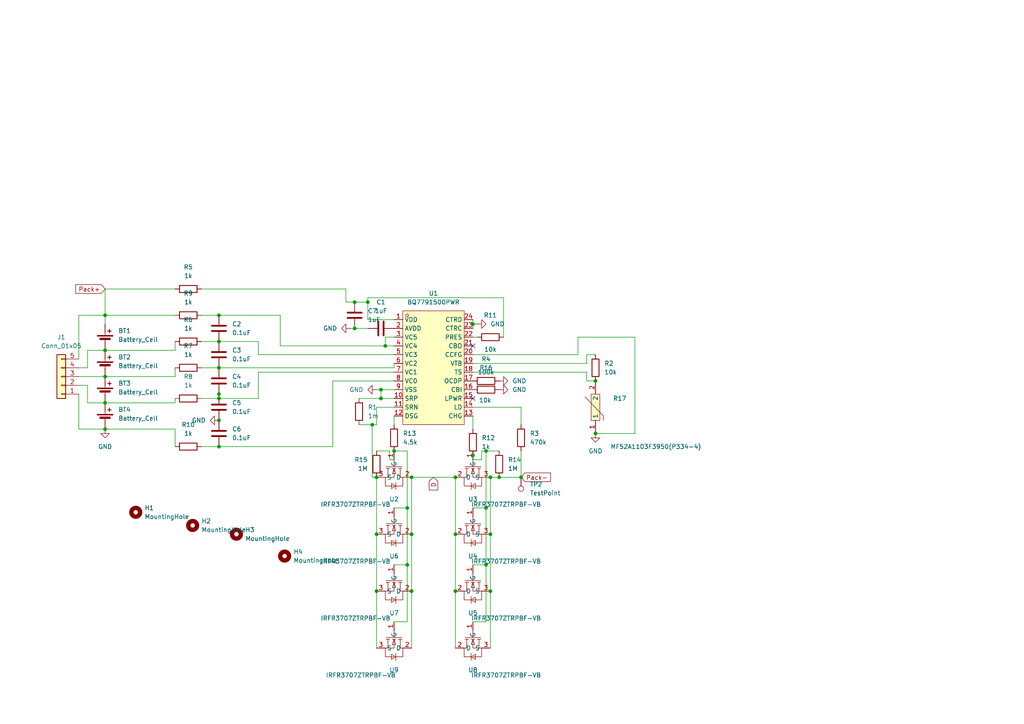
<source format=kicad_sch>
(kicad_sch (version 20231120) (generator "eeschema") (generator_version "8.0")
  (paper "A4")
  (lib_symbols
    (symbol "Connector:TestPoint" (pin_numbers hide) (pin_names (offset 0.762) hide)
      (property "Reference" "TP" (at 0 6.858 0))
      (property "Value" "TestPoint" (at 0 5.08 0))
      (symbol "TestPoint_0_1"
        (circle (center 0 3.302) (radius 0.762))
      )
      (symbol "TestPoint_1_1"
        (pin passive line (at 0 0 90) (length 2.54) (name "1") (number "1"))
      )
    )
    (symbol "Connector_Generic:Conn_01x05" (pin_names (offset 1.016) hide)
      (property "Reference" "J" (at 0 7.62 0))
      (property "Value" "Conn_01x05" (at 0 -7.62 0))
      (symbol "Conn_01x05_1_1"
        (rectangle (start -1.27 -4.953) (end 0 -5.207) (stroke (width 0.1524)))
        (rectangle (start -1.27 -2.413) (end 0 -2.667) (stroke (width 0.1524)))
        (rectangle (start -1.27 0.127) (end 0 -0.127) (stroke (width 0.1524)))
        (rectangle (start -1.27 2.667) (end 0 2.413) (stroke (width 0.1524)))
        (rectangle (start -1.27 5.207) (end 0 4.953) (stroke (width 0.1524)))
        (rectangle (start -1.27 6.35) (end 1.27 -6.35) (stroke (width 0.254)) (fill (type background)))
        (pin passive line (at -5.08 5.08 0) (length 3.81) (name "Pin_1") (number "1"))
        (pin passive line (at -5.08 2.54 0) (length 3.81) (name "Pin_2") (number "2"))
        (pin passive line (at -5.08 0 0) (length 3.81) (name "Pin_3") (number "3"))
        (pin passive line (at -5.08 -2.54 0) (length 3.81) (name "Pin_4") (number "4"))
        (pin passive line (at -5.08 -5.08 0) (length 3.81) (name "Pin_5") (number "5"))
      )
    )
    (symbol "Device:Battery_Cell" (pin_numbers hide) (pin_names (offset 0) hide)
      (property "Reference" "BT" (at 2.54 2.54 0))
      (property "Value" "Battery_Cell" (at 2.54 0 0))
      (symbol "Battery_Cell_0_1"
        (rectangle (start -2.286 1.778) (end 2.286 1.524) (fill (type outline)))
        (rectangle (start -1.524 1.016) (end 1.524 0.508) (fill (type outline)))
        (polyline (pts (xy 0 0.762) (xy 0 0)))
        (polyline (pts (xy 0 1.778) (xy 0 2.54)))
        (polyline (pts (xy 0.762 3.048) (xy 1.778 3.048)) (stroke (width 0.254)))
        (polyline (pts (xy 1.27 3.556) (xy 1.27 2.54)) (stroke (width 0.254)))
      )
      (symbol "Battery_Cell_1_1"
        (pin passive line (at 0 5.08 270) (length 2.54) (name "+") (number "1"))
        (pin passive line (at 0 -2.54 90) (length 2.54) (name "-") (number "2"))
      )
    )
    (symbol "Device:C" (pin_numbers hide) (pin_names (offset 0.254))
      (property "Reference" "C" (at 0.635 2.54 0))
      (property "Value" "C" (at 0.635 -2.54 0))
      (symbol "C_0_1"
        (polyline (pts (xy -2.032 -0.762) (xy 2.032 -0.762)) (stroke (width 0.508)))
        (polyline (pts (xy -2.032 0.762) (xy 2.032 0.762)) (stroke (width 0.508)))
      )
      (symbol "C_1_1"
        (pin passive line (at 0 3.81 270) (length 2.794) (name "~") (number "1"))
        (pin passive line (at 0 -3.81 90) (length 2.794) (name "~") (number "2"))
      )
    )
    (symbol "Device:R" (pin_numbers hide) (pin_names (offset 0))
      (property "Reference" "R" (at 2.032 0 90))
      (property "Value" "R" (at 0 0 90))
      (symbol "R_0_1"
        (rectangle (start -1.016 -2.54) (end 1.016 2.54) (stroke (width 0.254)))
      )
      (symbol "R_1_1"
        (pin passive line (at 0 3.81 270) (length 1.27) (name "~") (number "1"))
        (pin passive line (at 0 -3.81 90) (length 1.27) (name "~") (number "2"))
      )
    )
    (symbol "Mechanical:MountingHole" (pin_names (offset 1.016)) (exclude_from_sim yes) (in_bom no)
      (property "Reference" "H" (at 0 5.08 0))
      (property "Value" "MountingHole" (at 0 3.175 0))
      (symbol "MountingHole_0_1"
        (circle (center 0 0) (radius 1.27) (stroke (width 1.27)))
      )
    )
    (symbol "easyeda2kicad:BQ7791500PWR"
      (property "Reference" "U" (at 0 19.05 0))
      (property "Value" "BQ7791500PWR" (at 0 -19.05 0))
      (symbol "BQ7791500PWR_0_1"
        (rectangle (start -8.89 16.51) (end 8.89 -16.51) (fill (type background)))
        (circle (center -7.62 15.24) (radius 0.38))
        (pin unspecified line (at -11.43 13.97 0) (length 2.54) (name "VDD") (number "1"))
        (pin unspecified line (at -11.43 -8.89 0) (length 2.54) (name "SRP") (number "10"))
        (pin unspecified line (at -11.43 -11.43 0) (length 2.54) (name "SRN") (number "11"))
        (pin unspecified line (at -11.43 -13.97 0) (length 2.54) (name "DSG") (number "12"))
        (pin unspecified line (at 11.43 -13.97 180) (length 2.54) (name "CHG") (number "13"))
        (pin unspecified line (at 11.43 -11.43 180) (length 2.54) (name "LD") (number "14"))
        (pin unspecified line (at 11.43 -8.89 180) (length 2.54) (name "LPWR") (number "15"))
        (pin unspecified line (at 11.43 -6.35 180) (length 2.54) (name "CBI") (number "16"))
        (pin unspecified line (at 11.43 -3.81 180) (length 2.54) (name "OCDP") (number "17"))
        (pin unspecified line (at 11.43 -1.27 180) (length 2.54) (name "TS") (number "18"))
        (pin unspecified line (at 11.43 1.27 180) (length 2.54) (name "VTB") (number "19"))
        (pin unspecified line (at -11.43 11.43 0) (length 2.54) (name "AVDD") (number "2"))
        (pin unspecified line (at 11.43 3.81 180) (length 2.54) (name "CCFG") (number "20"))
        (pin unspecified line (at 11.43 6.35 180) (length 2.54) (name "CBO") (number "21"))
        (pin unspecified line (at 11.43 8.89 180) (length 2.54) (name "PRES") (number "22"))
        (pin unspecified line (at 11.43 11.43 180) (length 2.54) (name "CTRC") (number "23"))
        (pin unspecified line (at 11.43 13.97 180) (length 2.54) (name "CTRD") (number "24"))
        (pin unspecified line (at -11.43 8.89 0) (length 2.54) (name "VC5") (number "3"))
        (pin unspecified line (at -11.43 6.35 0) (length 2.54) (name "VC4") (number "4"))
        (pin unspecified line (at -11.43 3.81 0) (length 2.54) (name "VC3") (number "5"))
        (pin unspecified line (at -11.43 1.27 0) (length 2.54) (name "VC2") (number "6"))
        (pin unspecified line (at -11.43 -1.27 0) (length 2.54) (name "VC1") (number "7"))
        (pin unspecified line (at -11.43 -3.81 0) (length 2.54) (name "VC0") (number "8"))
        (pin unspecified line (at -11.43 -6.35 0) (length 2.54) (name "VSS") (number "9"))
      )
    )
    (symbol "easyeda2kicad:IRFR3707ZTRPBF-VB"
      (property "Reference" "U" (at 0 10.16 0))
      (property "Value" "IRFR3707ZTRPBF-VB" (at 0 -10.16 0))
      (symbol "IRFR3707ZTRPBF-VB_0_1"
        (polyline (pts (xy -5.08 0) (xy -3.05 0)))
        (polyline (pts (xy -3.05 2.29) (xy -3.05 -2.29)))
        (polyline (pts (xy -2.54 -2.29) (xy -2.54 -1.27)))
        (polyline (pts (xy -2.54 -0.51) (xy -2.54 0.51)))
        (polyline (pts (xy -2.54 2.29) (xy -2.54 1.27)))
        (polyline (pts (xy 0 -1.78) (xy -2.54 -1.78)))
        (polyline (pts (xy -2.54 0) (xy -1.02 -0.51) (xy -1.02 0.51) (xy -2.54 0)) (fill (type background)))
        (polyline (pts (xy 2.54 0.51) (xy 1.78 -0.76) (xy 3.3 -0.76) (xy 2.54 0.51)) (fill (type background)))
        (polyline (pts (xy 3.56 0.51) (xy 3.05 0.51) (xy 2.03 0.51) (xy 1.52 0.51)))
        (polyline (pts (xy -2.54 0) (xy 0 0) (xy 0 -2.54) (xy 2.54 -2.54) (xy 2.54 -2.54) (xy 2.54 0)))
        (polyline (pts (xy -2.54 1.78) (xy 0 1.78) (xy 0 2.54) (xy 2.54 2.54) (xy 2.54 2.54) (xy 2.54 0.51)))
        (pin unspecified line (at -7.62 0 0) (length 2.54) (name "G") (number "1"))
        (pin unspecified line (at 0 5.08 270) (length 2.54) (name "D") (number "2"))
        (pin unspecified line (at 0 -5.08 90) (length 2.54) (name "S") (number "3"))
      )
    )
    (symbol "easyeda2kicad:MF52A1103F3950(P334-4)"
      (property "Reference" "R" (at 0 5.08 0))
      (property "Value" "MF52A1103F3950(P334-4)" (at 0 -5.08 0))
      (symbol "MF52A1103F3950(P334-4)_0_1"
        (rectangle (start -3.81 1.27) (end 3.81 -1.27) (fill (type background)))
        (polyline (pts (xy 3.05 3.05) (xy -2.54 -2.29) (xy -3.81 -2.29)))
        (pin unspecified line (at -7.62 0 0) (length 3.81) (name "1") (number "1"))
        (pin unspecified line (at 7.62 0 180) (length 3.81) (name "2") (number "2"))
      )
    )
    (symbol "power:GND" (power) (pin_numbers hide) (pin_names (offset 0) hide)
      (property "Value" "GND" (at 0 -3.81 0))
      (symbol "GND_0_1"
        (polyline (pts (xy 0 0) (xy 0 -1.27) (xy 1.27 -1.27) (xy 0 -2.54) (xy -1.27 -1.27) (xy 0 -1.27)))
      )
      (symbol "GND_1_1"
        (pin power_in line (at 0 0 270) (length 0) (name "~") (number "1"))
      )
    )
  )
  (junction (at 137.16 132.08))
  (junction (at 114.3 130.81))
  (junction (at 172.72 125.73))
  (junction (at 109.22 171.45))
  (junction (at 132.08 138.43))
  (junction (at 110.49 113.03))
  (junction (at 119.38 171.45))
  (junction (at 30.48 101.6))
  (junction (at 63.5 114.3))
  (junction (at 63.5 121.92))
  (junction (at 172.72 110.49))
  (junction (at 63.5 129.54))
  (junction (at 63.5 115.57))
  (junction (at 30.48 91.44))
  (junction (at 63.5 106.68))
  (junction (at 137.16 93.98))
  (junction (at 102.87 95.25))
  (junction (at 144.78 138.43))
  (junction (at 30.48 109.22))
  (junction (at 119.38 154.94))
  (junction (at 118.11 163.83))
  (junction (at 140.97 163.83))
  (junction (at 140.97 147.32))
  (junction (at 132.08 154.94))
  (junction (at 110.49 115.57))
  (junction (at 63.5 99.06))
  (junction (at 30.48 124.46))
  (junction (at 109.22 154.94))
  (junction (at 118.11 147.32))
  (junction (at 111.76 100.33))
  (junction (at 132.08 171.45))
  (junction (at 30.48 116.84))
  (junction (at 151.13 138.43))
  (junction (at 107.95 123.19))
  (junction (at 63.5 91.44))
  (junction (at 109.22 138.43))
  (junction (at 142.24 138.43))
  (junction (at 140.97 130.81))
  (junction (at 119.38 138.43))
  (junction (at 106.68 87.63))
  (junction (at 142.24 171.45))
  (junction (at 142.24 154.94))
  (junction (at 102.87 87.63))
  (no_connect (at 137.16 100.33))
  (no_connect (at 137.16 115.57))
  (wire (pts (xy 137.16 105.41) (xy 170.18 105.41)))
  (wire (pts (xy 119.38 154.94) (xy 119.38 171.45)))
  (wire (pts (xy 114.3 130.81) (xy 114.3 133.35)))
  (wire (pts (xy 119.38 171.45) (xy 119.38 187.96)))
  (wire (pts (xy 111.76 100.33) (xy 114.3 100.33)))
  (wire (pts (xy 114.3 106.68) (xy 114.3 105.41)))
  (wire (pts (xy 110.49 115.57) (xy 114.3 115.57)))
  (wire (pts (xy 50.8 116.84) (xy 30.48 116.84)))
  (wire (pts (xy 25.4 116.84) (xy 30.48 116.84)))
  (wire (pts (xy 110.49 115.57) (xy 110.49 113.03)))
  (wire (pts (xy 119.38 138.43) (xy 119.38 154.94)))
  (wire (pts (xy 100.33 83.82) (xy 100.33 87.63)))
  (wire (pts (xy 184.15 125.73) (xy 172.72 125.73)))
  (wire (pts (xy 22.86 104.14) (xy 22.86 91.44)))
  (wire (pts (xy 30.48 109.22) (xy 50.8 109.22)))
  (wire (pts (xy 132.08 138.43) (xy 132.08 154.94)))
  (wire (pts (xy 137.16 93.98) (xy 137.16 95.25)))
  (wire (pts (xy 63.5 106.68) (xy 114.3 106.68)))
  (wire (pts (xy 106.68 86.36) (xy 106.68 87.63)))
  (wire (pts (xy 100.33 87.63) (xy 102.87 87.63)))
  (wire (pts (xy 58.42 129.54) (xy 63.5 129.54)))
  (wire (pts (xy 22.86 111.76) (xy 25.4 111.76)))
  (wire (pts (xy 74.93 102.87) (xy 74.93 99.06)))
  (wire (pts (xy 137.16 120.65) (xy 137.16 124.46)))
  (wire (pts (xy 113.03 130.81) (xy 113.03 133.35)))
  (wire (pts (xy 102.87 95.25) (xy 106.68 95.25)))
  (wire (pts (xy 25.4 106.68) (xy 25.4 101.6)))
  (wire (pts (xy 167.64 97.79) (xy 184.15 97.79)))
  (wire (pts (xy 137.16 92.71) (xy 137.16 93.98)))
  (wire (pts (xy 118.11 130.81) (xy 114.3 130.81)))
  (wire (pts (xy 142.24 154.94) (xy 142.24 171.45)))
  (wire (pts (xy 30.48 93.98) (xy 30.48 91.44)))
  (wire (pts (xy 25.4 101.6) (xy 30.48 101.6)))
  (wire (pts (xy 137.16 118.11) (xy 151.13 118.11)))
  (wire (pts (xy 170.18 110.49) (xy 172.72 110.49)))
  (wire (pts (xy 140.97 130.81) (xy 139.7 130.81)))
  (wire (pts (xy 58.42 115.57) (xy 63.5 115.57)))
  (wire (pts (xy 114.3 97.79) (xy 111.76 97.79)))
  (wire (pts (xy 63.5 115.57) (xy 74.93 115.57)))
  (wire (pts (xy 50.8 129.54) (xy 50.8 124.46)))
  (wire (pts (xy 74.93 107.95) (xy 74.93 115.57)))
  (wire (pts (xy 138.43 93.98) (xy 137.16 93.98)))
  (wire (pts (xy 109.22 171.45) (xy 109.22 187.96)))
  (wire (pts (xy 110.49 113.03) (xy 114.3 113.03)))
  (wire (pts (xy 25.4 111.76) (xy 25.4 116.84)))
  (wire (pts (xy 138.43 97.79) (xy 137.16 97.79)))
  (wire (pts (xy 106.68 92.71) (xy 114.3 92.71)))
  (wire (pts (xy 109.22 130.81) (xy 113.03 130.81)))
  (wire (pts (xy 170.18 102.87) (xy 172.72 102.87)))
  (wire (pts (xy 114.3 107.95) (xy 74.93 107.95)))
  (wire (pts (xy 142.24 138.43) (xy 142.24 154.94)))
  (wire (pts (xy 109.22 118.11) (xy 109.22 123.19)))
  (wire (pts (xy 22.86 124.46) (xy 22.86 114.3)))
  (wire (pts (xy 50.8 99.06) (xy 50.8 101.6)))
  (wire (pts (xy 101.6 95.25) (xy 102.87 95.25)))
  (wire (pts (xy 102.87 87.63) (xy 106.68 87.63)))
  (wire (pts (xy 109.22 113.03) (xy 110.49 113.03)))
  (wire (pts (xy 30.48 91.44) (xy 50.8 91.44)))
  (wire (pts (xy 109.22 154.94) (xy 109.22 171.45)))
  (wire (pts (xy 81.28 91.44) (xy 81.28 100.33)))
  (wire (pts (xy 142.24 138.43) (xy 144.78 138.43)))
  (wire (pts (xy 50.8 109.22) (xy 50.8 106.68)))
  (wire (pts (xy 137.16 107.95) (xy 170.18 107.95)))
  (wire (pts (xy 30.48 83.82) (xy 50.8 83.82)))
  (wire (pts (xy 74.93 99.06) (xy 63.5 99.06)))
  (wire (pts (xy 58.42 83.82) (xy 100.33 83.82)))
  (wire (pts (xy 118.11 147.32) (xy 118.11 163.83)))
  (wire (pts (xy 63.5 115.57) (xy 63.5 114.3)))
  (wire (pts (xy 137.16 180.34) (xy 140.97 180.34)))
  (wire (pts (xy 50.8 101.6) (xy 30.48 101.6)))
  (wire (pts (xy 109.22 138.43) (xy 109.22 154.94)))
  (wire (pts (xy 104.14 115.57) (xy 110.49 115.57)))
  (wire (pts (xy 63.5 129.54) (xy 96.52 129.54)))
  (wire (pts (xy 58.42 106.68) (xy 63.5 106.68)))
  (wire (pts (xy 114.3 120.65) (xy 114.3 123.19)))
  (wire (pts (xy 184.15 97.79) (xy 184.15 125.73)))
  (wire (pts (xy 107.95 123.19) (xy 104.14 123.19)))
  (wire (pts (xy 30.48 124.46) (xy 22.86 124.46)))
  (wire (pts (xy 139.7 133.35) (xy 137.16 133.35)))
  (wire (pts (xy 140.97 163.83) (xy 137.16 163.83)))
  (wire (pts (xy 96.52 129.54) (xy 96.52 110.49)))
  (wire (pts (xy 137.16 133.35) (xy 137.16 132.08)))
  (wire (pts (xy 144.78 138.43) (xy 151.13 138.43)))
  (wire (pts (xy 144.78 130.81) (xy 140.97 130.81)))
  (wire (pts (xy 106.68 86.36) (xy 146.05 86.36)))
  (wire (pts (xy 146.05 86.36) (xy 146.05 97.79)))
  (wire (pts (xy 170.18 107.95) (xy 170.18 110.49)))
  (wire (pts (xy 137.16 147.32) (xy 140.97 147.32)))
  (wire (pts (xy 63.5 91.44) (xy 81.28 91.44)))
  (wire (pts (xy 140.97 163.83) (xy 140.97 180.34)))
  (wire (pts (xy 140.97 130.81) (xy 140.97 147.32)))
  (wire (pts (xy 151.13 118.11) (xy 151.13 123.19)))
  (wire (pts (xy 50.8 116.84) (xy 50.8 115.57)))
  (wire (pts (xy 139.7 130.81) (xy 139.7 133.35)))
  (wire (pts (xy 114.3 102.87) (xy 74.93 102.87)))
  (wire (pts (xy 114.3 163.83) (xy 118.11 163.83)))
  (wire (pts (xy 81.28 100.33) (xy 111.76 100.33)))
  (wire (pts (xy 96.52 110.49) (xy 114.3 110.49)))
  (wire (pts (xy 137.16 102.87) (xy 167.64 102.87)))
  (wire (pts (xy 170.18 105.41) (xy 170.18 102.87)))
  (wire (pts (xy 106.68 87.63) (xy 106.68 92.71)))
  (wire (pts (xy 22.86 106.68) (xy 25.4 106.68)))
  (wire (pts (xy 114.3 118.11) (xy 109.22 118.11)))
  (wire (pts (xy 111.76 97.79) (xy 111.76 100.33)))
  (wire (pts (xy 58.42 91.44) (xy 63.5 91.44)))
  (wire (pts (xy 119.38 138.43) (xy 132.08 138.43)))
  (wire (pts (xy 142.24 171.45) (xy 142.24 187.96)))
  (wire (pts (xy 137.16 132.08) (xy 137.16 130.81)))
  (wire (pts (xy 132.08 171.45) (xy 132.08 187.96)))
  (wire (pts (xy 140.97 147.32) (xy 140.97 163.83)))
  (wire (pts (xy 58.42 99.06) (xy 63.5 99.06)))
  (wire (pts (xy 167.64 102.87) (xy 167.64 97.79)))
  (wire (pts (xy 50.8 124.46) (xy 30.48 124.46)))
  (wire (pts (xy 113.03 133.35) (xy 114.3 133.35)))
  (wire (pts (xy 30.48 91.44) (xy 30.48 83.82)))
  (wire (pts (xy 118.11 163.83) (xy 118.11 180.34)))
  (wire (pts (xy 132.08 154.94) (xy 132.08 171.45)))
  (wire (pts (xy 22.86 91.44) (xy 30.48 91.44)))
  (wire (pts (xy 109.22 138.43) (xy 107.95 138.43)))
  (wire (pts (xy 114.3 180.34) (xy 118.11 180.34)))
  (wire (pts (xy 114.3 147.32) (xy 118.11 147.32)))
  (wire (pts (xy 118.11 130.81) (xy 118.11 147.32)))
  (wire (pts (xy 107.95 138.43) (xy 107.95 123.19)))
  (wire (pts (xy 151.13 138.43) (xy 151.13 130.81)))
  (wire (pts (xy 22.86 109.22) (xy 30.48 109.22)))
  (wire (pts (xy 109.22 123.19) (xy 107.95 123.19)))
  (global_label "Pack-" (shape input) (at 151.13 138.43 0) (property "Intersheetrefs" "${INTERSHEET_REFS}" (effects (hide yes))))
  (global_label "D" (shape input) (at 125.73 138.43 270) (property "Intersheetrefs" "${INTERSHEET_REFS}" (effects (hide yes))))
  (global_label "Pack+" (shape input) (at 30.48 83.82 180) (property "Intersheetrefs" "${INTERSHEET_REFS}" (effects (hide yes))))
  (symbol (lib_id "Device:R") (at 140.97 110.49 90) (unit 1)
    (property "Reference" "R4" (at 140.97 104.14 90))
    (property "Value" "100k" (at 140.97 107.95 90))
    (property "Footprint" "Resistor_SMD:R_0805_2012Metric" (effects (hide yes)))
    (property "Description" "Resistor" (effects (hide yes)))
  )
  (symbol (lib_id "Device:Battery_Cell") (at 30.48 99.06 0) (unit 1) (in_bom no) (on_board no)
    (property "Reference" "BT1" (at 34.29 95.9484 0) (effects (justify left)))
    (property "Value" "Battery_Cell" (at 34.29 98.4884 0) (effects (justify left)))
    (property "Description" "Single-cell battery" (effects (hide yes)))
  )
  (symbol (lib_id "Device:C") (at 63.5 125.73 180) (unit 1)
    (property "Reference" "C6" (at 67.31 124.4599 0) (effects (justify right)))
    (property "Value" "0.1uF" (at 67.31 126.9999 0) (effects (justify right)))
    (property "Footprint" "Capacitor_SMD:C_0805_2012Metric" (effects (hide yes)))
    (property "Description" "Unpolarized capacitor" (effects (hide yes)))
  )
  (symbol (lib_id "Device:R") (at 54.61 115.57 90) (unit 1)
    (property "Reference" "R8" (at 54.61 109.22 90))
    (property "Value" "1k" (at 54.61 111.76 90))
    (property "Footprint" "Resistor_SMD:R_2512_6332Metric" (effects (hide yes)))
    (property "Description" "Resistor" (effects (hide yes)))
  )
  (symbol (lib_id "Device:R") (at 144.78 134.62 0) (unit 1)
    (property "Reference" "R14" (at 147.32 133.3499 0) (effects (justify left)))
    (property "Value" "1M" (at 147.32 135.8899 0) (effects (justify left)))
    (property "Footprint" "Resistor_SMD:R_0805_2012Metric" (effects (hide yes)))
    (property "Description" "Resistor" (effects (hide yes)))
  )
  (symbol (lib_id "Device:R") (at 54.61 83.82 90) (unit 1)
    (property "Reference" "R5" (at 54.61 77.47 90))
    (property "Value" "1k" (at 54.61 80.01 90))
    (property "Footprint" "Resistor_SMD:R_2512_6332Metric" (effects (hide yes)))
    (property "Description" "Resistor" (effects (hide yes)))
  )
  (symbol (lib_id "easyeda2kicad:IRFR3707ZTRPBF-VB") (at 137.16 154.94 90) (mirror x) (unit 1)
    (property "Reference" "U4" (at 137.16 161.29 90))
    (property "Value" "IRFR3707ZTRPBF-VB" (at 146.812 162.814 90))
    (property "Footprint" "easyeda2kicad:TO-252-3_L6.5-W6.1-P4.58-LS9.9-BR" (effects (hide yes)))
    (property "LCSC Part" "C7463619" (effects (hide yes)))
  )
  (symbol (lib_id "Connector:TestPoint") (at 151.13 138.43 180) (unit 1)
    (property "Reference" "TP2" (at 153.67 140.4619 0) (effects (justify right)))
    (property "Value" "TestPoint" (at 153.67 143.0019 0) (effects (justify right)))
    (property "Footprint" "Pegoku:TestPoint" (effects (hide yes)))
    (property "Description" "test point" (effects (hide yes)))
  )
  (symbol (lib_id "power:GND") (at 101.6 95.25 270) (unit 1)
    (property "Reference" "#PWR06" (effects (hide yes)))
    (property "Value" "GND" (at 97.79 95.2499 90) (effects (justify right)))
    (property "Description" "Power symbol creates a global label with name \"GND\" , ground" (effects (hide yes)))
  )
  (symbol (lib_id "easyeda2kicad:BQ7791500PWR") (at 125.73 106.68 0) (unit 1)
    (property "Reference" "U1" (at 125.73 85.09 0))
    (property "Value" "BQ7791500PWR" (at 125.73 87.63 0))
    (property "Footprint" "easyeda2kicad:TSSOP-24_L7.8-W4.4-P0.65-LS6.4-BL" (effects (hide yes)))
    (property "LCSC Part" "C2876946" (effects (hide yes)))
  )
  (symbol (lib_id "easyeda2kicad:MF52A1103F3950(P334-4)") (at 172.72 118.11 90) (unit 1)
    (property "Reference" "R17" (at 177.8 115.57 90) (effects (justify right)))
    (property "Value" "MF52A1103F3950(P334-4)" (at 177.038 129.54 90) (effects (justify right)))
    (property "Footprint" "easyeda2kicad:RES-TH_L2.5-W2.5-P1.70-D0.3" (effects (hide yes)))
    (property "Datasheet" "https://lcsc.com/product-detail/NTC-Thermistors_MF52-10K-1_C13879.html" (effects (hide yes)))
    (property "LCSC Part" "C13879" (effects (hide yes)))
  )
  (symbol (lib_id "Device:R") (at 54.61 99.06 90) (unit 1)
    (property "Reference" "R6" (at 54.61 92.71 90))
    (property "Value" "1k" (at 54.61 95.25 90))
    (property "Footprint" "Resistor_SMD:R_2512_6332Metric" (effects (hide yes)))
    (property "Description" "Resistor" (effects (hide yes)))
  )
  (symbol (lib_id "Device:Battery_Cell") (at 30.48 121.92 0) (unit 1) (in_bom no) (on_board no)
    (property "Reference" "BT4" (at 34.29 118.8084 0) (effects (justify left)))
    (property "Value" "Battery_Cell" (at 34.29 121.3484 0) (effects (justify left)))
    (property "Description" "Single-cell battery" (effects (hide yes)))
  )
  (symbol (lib_id "Device:C") (at 63.5 118.11 180) (unit 1)
    (property "Reference" "C5" (at 67.31 116.8399 0) (effects (justify right)))
    (property "Value" "0.1uF" (at 67.31 119.3799 0) (effects (justify right)))
    (property "Footprint" "Capacitor_SMD:C_0805_2012Metric" (effects (hide yes)))
    (property "Description" "Unpolarized capacitor" (effects (hide yes)))
  )
  (symbol (lib_id "Device:R") (at 109.22 134.62 0) (mirror y) (unit 1)
    (property "Reference" "R15" (at 106.68 133.3499 0) (effects (justify left)))
    (property "Value" "1M" (at 106.68 135.8899 0) (effects (justify left)))
    (property "Footprint" "Resistor_SMD:R_0805_2012Metric" (effects (hide yes)))
    (property "Description" "Resistor" (effects (hide yes)))
  )
  (symbol (lib_id "Device:R") (at 142.24 97.79 90) (unit 1)
    (property "Reference" "R11" (at 142.24 91.44 90))
    (property "Value" "10k" (at 142.24 101.346 90))
    (property "Footprint" "Resistor_SMD:R_0805_2012Metric" (effects (hide yes)))
    (property "Description" "Resistor" (effects (hide yes)))
  )
  (symbol (lib_id "easyeda2kicad:IRFR3707ZTRPBF-VB") (at 137.16 187.96 90) (mirror x) (unit 1)
    (property "Reference" "U8" (at 137.16 194.31 90))
    (property "Value" "IRFR3707ZTRPBF-VB" (at 146.812 195.834 90))
    (property "Footprint" "easyeda2kicad:TO-252-3_L6.5-W6.1-P4.58-LS9.9-BR" (effects (hide yes)))
    (property "LCSC Part" "C7463619" (effects (hide yes)))
  )
  (symbol (lib_id "Device:R") (at 54.61 106.68 90) (unit 1)
    (property "Reference" "R7" (at 54.61 100.33 90))
    (property "Value" "1k" (at 54.61 102.87 90))
    (property "Footprint" "Resistor_SMD:R_2512_6332Metric" (effects (hide yes)))
    (property "Description" "Resistor" (effects (hide yes)))
  )
  (symbol (lib_id "Device:R") (at 151.13 127 0) (unit 1)
    (property "Reference" "R3" (at 153.67 125.7299 0) (effects (justify left)))
    (property "Value" "470k" (at 153.67 128.2699 0) (effects (justify left)))
    (property "Footprint" "Resistor_SMD:R_0805_2012Metric" (effects (hide yes)))
    (property "Description" "Resistor" (effects (hide yes)))
  )
  (symbol (lib_id "easyeda2kicad:IRFR3707ZTRPBF-VB") (at 114.3 187.96 270) (unit 1)
    (property "Reference" "U9" (at 114.3 194.31 90))
    (property "Value" "IRFR3707ZTRPBF-VB" (at 104.648 195.834 90))
    (property "Footprint" "easyeda2kicad:TO-252-3_L6.5-W6.1-P4.58-LS9.9-BR" (effects (hide yes)))
    (property "LCSC Part" "C7463619" (effects (hide yes)))
  )
  (symbol (lib_id "Mechanical:MountingHole") (at 82.55 161.29 0) (unit 1) (exclude_from_sim yes) (in_bom no)
    (property "Reference" "H4" (at 85.09 160.0199 0) (effects (justify left)))
    (property "Value" "MountingHole" (at 85.09 162.5599 0) (effects (justify left)))
    (property "Footprint" "MountingHole:MountingHole_2mm" (effects (hide yes)))
    (property "Description" "Mounting Hole without connection" (effects (hide yes)))
  )
  (symbol (lib_id "power:GND") (at 144.78 110.49 90) (unit 1)
    (property "Reference" "#PWR04" (effects (hide yes)))
    (property "Value" "GND" (at 148.59 110.4899 90) (effects (justify right)))
    (property "Description" "Power symbol creates a global label with name \"GND\" , ground" (effects (hide yes)))
  )
  (symbol (lib_id "power:GND") (at 138.43 93.98 90) (unit 1)
    (property "Reference" "#PWR08" (effects (hide yes)))
    (property "Value" "GND" (at 142.24 93.9799 90) (effects (justify right)))
    (property "Description" "Power symbol creates a global label with name \"GND\" , ground" (effects (hide yes)))
  )
  (symbol (lib_id "Device:C") (at 110.49 95.25 90) (unit 1)
    (property "Reference" "C1" (at 110.49 87.63 90))
    (property "Value" "1uF" (at 110.49 90.17 90))
    (property "Footprint" "Capacitor_SMD:C_0805_2012Metric" (effects (hide yes)))
    (property "Description" "Unpolarized capacitor" (effects (hide yes)))
  )
  (symbol (lib_id "Device:C") (at 63.5 95.25 180) (unit 1)
    (property "Reference" "C2" (at 67.31 93.9799 0) (effects (justify right)))
    (property "Value" "0.1uF" (at 67.31 96.5199 0) (effects (justify right)))
    (property "Footprint" "Capacitor_SMD:C_0805_2012Metric" (effects (hide yes)))
    (property "Description" "Unpolarized capacitor" (effects (hide yes)))
  )
  (symbol (lib_id "Device:R") (at 114.3 127 0) (unit 1)
    (property "Reference" "R13" (at 116.84 125.7299 0) (effects (justify left)))
    (property "Value" "4.5k" (at 116.84 128.2699 0) (effects (justify left)))
    (property "Footprint" "Resistor_SMD:R_0805_2012Metric" (effects (hide yes)))
    (property "Description" "Resistor" (effects (hide yes)))
  )
  (symbol (lib_id "easyeda2kicad:IRFR3707ZTRPBF-VB") (at 114.3 171.45 270) (unit 1)
    (property "Reference" "U7" (at 114.3 177.8 90))
    (property "Value" "IRFR3707ZTRPBF-VB" (at 103.124 179.324 90))
    (property "Footprint" "easyeda2kicad:TO-252-3_L6.5-W6.1-P4.58-LS9.9-BR" (effects (hide yes)))
    (property "LCSC Part" "C7463619" (effects (hide yes)))
  )
  (symbol (lib_id "power:GND") (at 144.78 113.03 90) (unit 1)
    (property "Reference" "#PWR05" (effects (hide yes)))
    (property "Value" "GND" (at 148.59 113.0299 90) (effects (justify right)))
    (property "Description" "Power symbol creates a global label with name \"GND\" , ground" (effects (hide yes)))
  )
  (symbol (lib_id "easyeda2kicad:IRFR3707ZTRPBF-VB") (at 137.16 138.43 90) (mirror x) (unit 1)
    (property "Reference" "U3" (at 137.16 144.78 90))
    (property "Value" "IRFR3707ZTRPBF-VB" (at 146.812 146.304 90))
    (property "Footprint" "easyeda2kicad:TO-252-3_L6.5-W6.1-P4.58-LS9.9-BR" (effects (hide yes)))
    (property "LCSC Part" "C7463619" (effects (hide yes)))
  )
  (symbol (lib_id "Device:C") (at 63.5 110.49 180) (unit 1)
    (property "Reference" "C4" (at 67.31 109.2199 0) (effects (justify right)))
    (property "Value" "0.1uF" (at 67.31 111.7599 0) (effects (justify right)))
    (property "Footprint" "Capacitor_SMD:C_0805_2012Metric" (effects (hide yes)))
    (property "Description" "Unpolarized capacitor" (effects (hide yes)))
  )
  (symbol (lib_id "Device:R") (at 54.61 91.44 90) (unit 1)
    (property "Reference" "R9" (at 54.61 85.09 90))
    (property "Value" "1k" (at 54.61 87.63 90))
    (property "Footprint" "Resistor_SMD:R_2512_6332Metric" (effects (hide yes)))
    (property "Description" "Resistor" (effects (hide yes)))
  )
  (symbol (lib_id "Device:R") (at 140.97 113.03 90) (unit 1)
    (property "Reference" "R16" (at 140.97 106.68 90))
    (property "Value" "10k" (at 140.716 116.078 90))
    (property "Footprint" "Resistor_SMD:R_0805_2012Metric" (effects (hide yes)))
    (property "Description" "Resistor" (effects (hide yes)))
  )
  (symbol (lib_id "easyeda2kicad:IRFR3707ZTRPBF-VB") (at 114.3 154.94 270) (unit 1)
    (property "Reference" "U6" (at 114.3 161.29 90))
    (property "Value" "IRFR3707ZTRPBF-VB" (at 103.124 162.814 90))
    (property "Footprint" "easyeda2kicad:TO-252-3_L6.5-W6.1-P4.58-LS9.9-BR" (effects (hide yes)))
    (property "LCSC Part" "C7463619" (effects (hide yes)))
  )
  (symbol (lib_id "Connector_Generic:Conn_01x05") (at 17.78 109.22 180) (unit 1)
    (property "Reference" "J1" (at 17.78 97.79 0))
    (property "Value" "Conn_01x05" (at 17.78 100.33 0))
    (property "Footprint" "Connector_JST:JST_XH_S5B-XH-A-1_1x05_P2.50mm_Horizontal" (effects (hide yes)))
    (property "Description" "Generic connector, single row, 01x05, script generated (kicad-library-utils/schlib/autogen/connector/)" (effects (hide yes)))
    (property "LCSC" "C2908614" (effects (hide yes)))
  )
  (symbol (lib_id "Device:Battery_Cell") (at 30.48 114.3 0) (unit 1) (in_bom no) (on_board no)
    (property "Reference" "BT3" (at 34.29 111.1884 0) (effects (justify left)))
    (property "Value" "Battery_Cell" (at 34.29 113.7284 0) (effects (justify left)))
    (property "Description" "Single-cell battery" (effects (hide yes)))
  )
  (symbol (lib_id "Device:R") (at 54.61 129.54 90) (unit 1)
    (property "Reference" "R10" (at 54.61 123.19 90))
    (property "Value" "1k" (at 54.61 125.73 90))
    (property "Footprint" "Resistor_SMD:R_2512_6332Metric" (effects (hide yes)))
    (property "Description" "Resistor" (effects (hide yes)))
  )
  (symbol (lib_id "Device:R") (at 172.72 106.68 0) (unit 1)
    (property "Reference" "R2" (at 175.26 105.4099 0) (effects (justify left)))
    (property "Value" "10k" (at 175.26 107.9499 0) (effects (justify left)))
    (property "Footprint" "Resistor_SMD:R_0805_2012Metric" (effects (hide yes)))
    (property "Description" "Resistor" (effects (hide yes)))
  )
  (symbol (lib_id "Device:C") (at 102.87 91.44 180) (unit 1)
    (property "Reference" "C7" (at 106.68 90.1699 0) (effects (justify right)))
    (property "Value" "1uF" (at 106.68 92.7099 0) (effects (justify right)))
    (property "Footprint" "Capacitor_SMD:C_0805_2012Metric" (effects (hide yes)))
    (property "Description" "Unpolarized capacitor" (effects (hide yes)))
  )
  (symbol (lib_id "Device:R") (at 104.14 119.38 0) (unit 1)
    (property "Reference" "R1" (at 106.68 118.1099 0) (effects (justify left)))
    (property "Value" "1m" (at 106.68 120.6499 0) (effects (justify left)))
    (property "Footprint" "Resistor_SMD:R_0805_2012Metric" (effects (hide yes)))
    (property "Description" "Resistor" (effects (hide yes)))
  )
  (symbol (lib_id "easyeda2kicad:IRFR3707ZTRPBF-VB") (at 137.16 171.45 90) (mirror x) (unit 1)
    (property "Reference" "U5" (at 137.16 177.8 90))
    (property "Value" "IRFR3707ZTRPBF-VB" (at 146.812 179.324 90))
    (property "Footprint" "easyeda2kicad:TO-252-3_L6.5-W6.1-P4.58-LS9.9-BR" (effects (hide yes)))
    (property "LCSC Part" "C7463619" (effects (hide yes)))
  )
  (symbol (lib_id "power:GND") (at 109.22 113.03 270) (unit 1)
    (property "Reference" "#PWR01" (effects (hide yes)))
    (property "Value" "GND" (at 105.41 113.0299 90) (effects (justify right)))
    (property "Description" "Power symbol creates a global label with name \"GND\" , ground" (effects (hide yes)))
  )
  (symbol (lib_id "Mechanical:MountingHole") (at 68.58 154.94 0) (unit 1) (exclude_from_sim yes) (in_bom no)
    (property "Reference" "H3" (at 71.12 153.6699 0) (effects (justify left)))
    (property "Value" "MountingHole" (at 71.12 156.2099 0) (effects (justify left)))
    (property "Footprint" "MountingHole:MountingHole_2mm" (effects (hide yes)))
    (property "Description" "Mounting Hole without connection" (effects (hide yes)))
  )
  (symbol (lib_id "Device:Battery_Cell") (at 30.48 106.68 0) (unit 1) (in_bom no) (on_board no)
    (property "Reference" "BT2" (at 34.29 103.5684 0) (effects (justify left)))
    (property "Value" "Battery_Cell" (at 34.29 106.1084 0) (effects (justify left)))
    (property "Description" "Single-cell battery" (effects (hide yes)))
  )
  (symbol (lib_id "power:GND") (at 30.48 124.46 0) (unit 1)
    (property "Reference" "#PWR02" (effects (hide yes)))
    (property "Value" "GND" (at 30.48 129.54 0))
    (property "Description" "Power symbol creates a global label with name \"GND\" , ground" (effects (hide yes)))
  )
  (symbol (lib_id "Device:C") (at 63.5 102.87 180) (unit 1)
    (property "Reference" "C3" (at 67.31 101.5999 0) (effects (justify right)))
    (property "Value" "0.1uF" (at 67.31 104.1399 0) (effects (justify right)))
    (property "Footprint" "Capacitor_SMD:C_0805_2012Metric" (effects (hide yes)))
    (property "Description" "Unpolarized capacitor" (effects (hide yes)))
  )
  (symbol (lib_id "Mechanical:MountingHole") (at 39.37 148.59 0) (unit 1) (exclude_from_sim yes) (in_bom no)
    (property "Reference" "H1" (at 41.91 147.3199 0) (effects (justify left)))
    (property "Value" "MountingHole" (at 41.91 149.8599 0) (effects (justify left)))
    (property "Footprint" "MountingHole:MountingHole_2mm" (effects (hide yes)))
    (property "Description" "Mounting Hole without connection" (effects (hide yes)))
  )
  (symbol (lib_id "easyeda2kicad:IRFR3707ZTRPBF-VB") (at 114.3 138.43 270) (unit 1)
    (property "Reference" "U2" (at 114.3 144.78 90))
    (property "Value" "IRFR3707ZTRPBF-VB" (at 103.124 146.304 90))
    (property "Footprint" "easyeda2kicad:TO-252-3_L6.5-W6.1-P4.58-LS9.9-BR" (effects (hide yes)))
    (property "LCSC Part" "C7463619" (effects (hide yes)))
  )
  (symbol (lib_id "power:GND") (at 172.72 125.73 0) (unit 1)
    (property "Reference" "#PWR03" (effects (hide yes)))
    (property "Value" "GND" (at 172.72 130.81 0))
    (property "Description" "Power symbol creates a global label with name \"GND\" , ground" (effects (hide yes)))
  )
  (symbol (lib_id "power:GND") (at 63.5 121.92 270) (unit 1)
    (property "Reference" "#PWR09" (effects (hide yes)))
    (property "Value" "GND" (at 59.69 121.9199 90) (effects (justify right)))
    (property "Description" "Power symbol creates a global label with name \"GND\" , ground" (effects (hide yes)))
  )
  (symbol (lib_id "Mechanical:MountingHole") (at 55.88 152.4 0) (unit 1) (exclude_from_sim yes) (in_bom no)
    (property "Reference" "H2" (at 58.42 151.1299 0) (effects (justify left)))
    (property "Value" "MountingHole" (at 58.42 153.6699 0) (effects (justify left)))
    (property "Footprint" "MountingHole:MountingHole_2mm" (effects (hide yes)))
    (property "Description" "Mounting Hole without connection" (effects (hide yes)))
  )
  (symbol (lib_id "Device:R") (at 137.16 128.27 0) (unit 1)
    (property "Reference" "R12" (at 139.7 126.9999 0) (effects (justify left)))
    (property "Value" "1k" (at 139.7 129.5399 0) (effects (justify left)))
    (property "Footprint" "Resistor_SMD:R_0805_2012Metric" (effects (hide yes)))
    (property "Description" "Resistor" (effects (hide yes)))
  )
)
</source>
